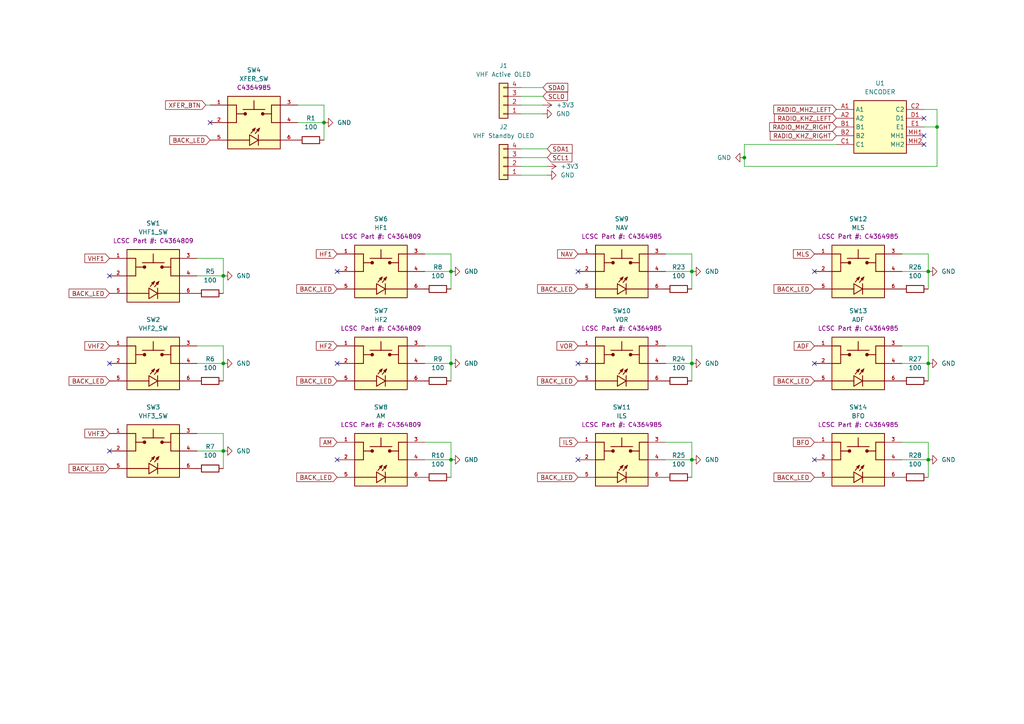
<source format=kicad_sch>
(kicad_sch (version 20231120) (generator "eeschema") (generator_version "8.0")
  (paper "A4")
  (lib_symbols
    (symbol "Connector_Generic:Conn_01x04" (pin_names (offset 1.016) hide)
      (property "Reference" "J" (at 0 5.08 0))
      (property "Value" "Conn_01x04" (at 0 -7.62 0))
      (symbol "Conn_01x04_1_1"
        (rectangle (start -1.27 -4.953) (end 0 -5.207) (stroke (width 0.1524)))
        (rectangle (start -1.27 -2.413) (end 0 -2.667) (stroke (width 0.1524)))
        (rectangle (start -1.27 0.127) (end 0 -0.127) (stroke (width 0.1524)))
        (rectangle (start -1.27 2.667) (end 0 2.413) (stroke (width 0.1524)))
        (rectangle (start -1.27 3.81) (end 1.27 -6.35) (stroke (width 0.254)) (fill (type background)))
        (pin passive line (at -5.08 2.54 0) (length 3.81) (name "Pin_1") (number "1"))
        (pin passive line (at -5.08 0 0) (length 3.81) (name "Pin_2") (number "2"))
        (pin passive line (at -5.08 -2.54 0) (length 3.81) (name "Pin_3") (number "3"))
        (pin passive line (at -5.08 -5.08 0) (length 3.81) (name "Pin_4") (number "4"))
      )
    )
    (symbol "Device:R" (pin_numbers hide) (pin_names (offset 0))
      (property "Reference" "R" (at 2.032 0 90))
      (property "Value" "R" (at 0 0 90))
      (symbol "R_0_1"
        (rectangle (start -1.016 -2.54) (end 1.016 2.54) (stroke (width 0.254)))
      )
      (symbol "R_1_1"
        (pin passive line (at 0 3.81 270) (length 1.27) (name "~") (number "1"))
        (pin passive line (at 0 -3.81 90) (length 1.27) (name "~") (number "2"))
      )
    )
    (symbol "Simpanel:EC11EBB24C03"
      (property "Reference" "U1" (at 0 12.7 0))
      (property "Value" "EC11EBB24C03" (at 0 10.16 0))
      (symbol "EC11EBB24C03_0_0"
        (pin passive line (at -12.7 5.08 0) (length 5.08) (name "A1") (number "A1"))
        (pin passive line (at -12.7 2.54 0) (length 5.08) (name "A2") (number "A2"))
        (pin passive line (at -12.7 0 0) (length 5.08) (name "B1") (number "B1"))
        (pin passive line (at -12.7 -2.54 0) (length 5.08) (name "B2") (number "B2"))
        (pin passive line (at -12.7 -5.08 0) (length 5.08) (name "C1") (number "C1"))
        (pin passive line (at 12.7 2.54 180) (length 5.08) (name "D1") (number "D1"))
        (pin passive line (at 12.7 -5.08 180) (length 5.08) (name "MH2") (number "MH2"))
      )
      (symbol "EC11EBB24C03_1_0"
        (pin passive line (at 12.7 5.08 180) (length 5.08) (name "C2") (number "C2"))
        (pin passive line (at 12.7 0 180) (length 5.08) (name "E1") (number "E1"))
        (pin passive line (at 12.7 -2.54 180) (length 5.08) (name "MH1") (number "MH1"))
      )
      (symbol "EC11EBB24C03_1_1"
        (polyline (pts (xy -7.62 7.62) (xy 7.62 7.62) (xy 7.62 -7.62) (xy -7.62 -7.62) (xy -7.62 7.62)) (stroke (width 0.254)) (fill (type background)))
      )
    )
    (symbol "Simpanel:TL3240F260R" (pin_names (offset 1.016))
      (property "Reference" "S" (at -7.62 8.382 0))
      (property "Value" "TL3240F260R" (at -7.62 -10.16 0))
      (symbol "TL3240F260R_0_0"
        (rectangle (start -7.62 -7.62) (end 7.62 7.62) (stroke (width 0.254)) (fill (type background)))
        (circle (center -2.54 2.54) (radius 0.254) (stroke (width 0.508)))
        (polyline (pts (xy -7.62 5.08) (xy -5.08 5.08)) (stroke (width 0.254)))
        (polyline (pts (xy -5.08 0) (xy -7.62 0)) (stroke (width 0.254)))
        (polyline (pts (xy -5.08 2.54) (xy -5.08 0)) (stroke (width 0.254)))
        (polyline (pts (xy -5.08 2.54) (xy -2.54 2.54)) (stroke (width 0.254)))
        (polyline (pts (xy -5.08 5.08) (xy -5.08 2.54)) (stroke (width 0.254)))
        (polyline (pts (xy -3.175 3.81) (xy 0 3.81)) (stroke (width 0.254)))
        (polyline (pts (xy -1.27 -6.604) (xy 1.27 -5.08)) (stroke (width 0.254)))
        (polyline (pts (xy -1.27 -5.08) (xy -7.62 -5.08)) (stroke (width 0.254)))
        (polyline (pts (xy -1.27 -5.08) (xy -1.27 -6.604)) (stroke (width 0.254)))
        (polyline (pts (xy -1.27 -3.556) (xy -1.27 -5.08)) (stroke (width 0.254)))
        (polyline (pts (xy 0 3.81) (xy 3.175 3.81)) (stroke (width 0.254)))
        (polyline (pts (xy 0 6.35) (xy 0 3.81)) (stroke (width 0.254)))
        (polyline (pts (xy 0.2794 -1.6764) (xy -0.8636 -3.0734)) (stroke (width 0.254)))
        (polyline (pts (xy 1.27 -5.08) (xy -1.27 -3.556)) (stroke (width 0.254)))
        (polyline (pts (xy 1.27 -5.08) (xy 1.27 -6.604)) (stroke (width 0.254)))
        (polyline (pts (xy 1.27 -3.556) (xy 1.27 -5.08)) (stroke (width 0.254)))
        (polyline (pts (xy 1.524 -1.778) (xy 0.381 -3.175)) (stroke (width 0.254)))
        (polyline (pts (xy 5.08 0) (xy 7.62 0)) (stroke (width 0.254)))
        (polyline (pts (xy 5.08 2.54) (xy 2.54 2.54)) (stroke (width 0.254)))
        (polyline (pts (xy 5.08 2.54) (xy 5.08 0)) (stroke (width 0.254)))
        (polyline (pts (xy 5.08 5.08) (xy 5.08 2.54)) (stroke (width 0.254)))
        (polyline (pts (xy 7.62 -5.08) (xy 1.27 -5.08)) (stroke (width 0.254)))
        (polyline (pts (xy 7.62 5.08) (xy 5.08 5.08)) (stroke (width 0.254)))
        (polyline (pts (xy -0.508 -2.032) (xy 0.0635 -2.54) (xy 0.4445 -1.524) (xy -0.508 -2.032)) (stroke (width 0.1524)) (fill (type outline)))
        (polyline (pts (xy 0.762 -2.0955) (xy 1.3335 -2.6035) (xy 1.7145 -1.524) (xy 0.762 -2.0955)) (stroke (width 0.1524)) (fill (type outline)))
        (circle (center 2.54 2.54) (radius 0.254) (stroke (width 0.508)))
        (pin passive line (at -12.7 5.08 0) (length 5.08) (name "~") (number "1"))
        (pin passive line (at -12.7 0 0) (length 5.08) (name "~") (number "2"))
        (pin passive line (at 12.7 5.08 180) (length 5.08) (name "~") (number "3"))
        (pin passive line (at 12.7 0 180) (length 5.08) (name "~") (number "4"))
        (pin passive line (at -12.7 -5.08 0) (length 5.08) (name "~") (number "5"))
        (pin passive line (at 12.7 -5.08 180) (length 5.08) (name "~") (number "6"))
      )
    )
    (symbol "power:+3V3" (power) (pin_numbers hide) (pin_names (offset 0) hide)
      (property "Value" "+3V3" (at 0 3.556 0))
      (symbol "+3V3_0_1"
        (polyline (pts (xy -0.762 1.27) (xy 0 2.54)))
        (polyline (pts (xy 0 0) (xy 0 2.54)))
        (polyline (pts (xy 0 2.54) (xy 0.762 1.27)))
      )
      (symbol "+3V3_1_1"
        (pin power_in line (at 0 0 90) (length 0) (name "~") (number "1"))
      )
    )
    (symbol "power:GND" (power) (pin_numbers hide) (pin_names (offset 0) hide)
      (property "Value" "GND" (at 0 -3.81 0))
      (symbol "GND_0_1"
        (polyline (pts (xy 0 0) (xy 0 -1.27) (xy 1.27 -1.27) (xy 0 -2.54) (xy -1.27 -1.27) (xy 0 -1.27)))
      )
      (symbol "GND_1_1"
        (pin power_in line (at 0 0 270) (length 0) (name "~") (number "1"))
      )
    )
  )
  (junction (at 130.81 78.74))
  (junction (at 93.98 35.56))
  (junction (at 269.24 105.41))
  (junction (at 269.24 133.35))
  (junction (at 269.24 78.74))
  (junction (at 64.77 105.41))
  (junction (at 271.78 36.83))
  (junction (at 64.77 130.81))
  (junction (at 130.81 105.41))
  (junction (at 200.66 133.35))
  (junction (at 130.81 133.35))
  (junction (at 200.66 78.74))
  (junction (at 200.66 105.41))
  (junction (at 64.77 80.01))
  (junction (at 215.9 45.72))
  (no_connect (at 97.79 133.35))
  (no_connect (at 97.79 78.74))
  (no_connect (at 236.22 133.35))
  (no_connect (at 60.96 35.56))
  (no_connect (at 267.97 39.37))
  (no_connect (at 31.75 105.41))
  (no_connect (at 167.64 133.35))
  (no_connect (at 31.75 80.01))
  (no_connect (at 236.22 105.41))
  (no_connect (at 97.79 105.41))
  (no_connect (at 267.97 41.91))
  (no_connect (at 167.64 105.41))
  (no_connect (at 267.97 34.29))
  (no_connect (at 167.64 78.74))
  (no_connect (at 236.22 78.74))
  (no_connect (at 31.75 130.81))
  (wire (pts (xy 57.15 80.01) (xy 64.77 80.01)))
  (wire (pts (xy 158.75 45.72) (xy 151.13 45.72)))
  (wire (pts (xy 86.36 35.56) (xy 93.98 35.56)))
  (wire (pts (xy 193.04 128.27) (xy 200.66 128.27)))
  (wire (pts (xy 123.19 78.74) (xy 130.81 78.74)))
  (wire (pts (xy 64.77 100.33) (xy 64.77 105.41)))
  (wire (pts (xy 151.13 33.02) (xy 157.48 33.02)))
  (wire (pts (xy 93.98 30.48) (xy 93.98 35.56)))
  (wire (pts (xy 267.97 31.75) (xy 271.78 31.75)))
  (wire (pts (xy 193.04 133.35) (xy 200.66 133.35)))
  (wire (pts (xy 130.81 128.27) (xy 130.81 133.35)))
  (wire (pts (xy 64.77 80.01) (xy 64.77 85.09)))
  (wire (pts (xy 269.24 105.41) (xy 269.24 110.49)))
  (wire (pts (xy 200.66 78.74) (xy 200.66 83.82)))
  (wire (pts (xy 57.15 74.93) (xy 64.77 74.93)))
  (wire (pts (xy 130.81 105.41) (xy 130.81 110.49)))
  (wire (pts (xy 64.77 125.73) (xy 64.77 130.81)))
  (wire (pts (xy 215.9 41.91) (xy 215.9 45.72)))
  (wire (pts (xy 123.19 128.27) (xy 130.81 128.27)))
  (wire (pts (xy 157.48 25.4) (xy 151.13 25.4)))
  (wire (pts (xy 261.62 78.74) (xy 269.24 78.74)))
  (wire (pts (xy 200.66 100.33) (xy 200.66 105.41)))
  (wire (pts (xy 267.97 36.83) (xy 271.78 36.83)))
  (wire (pts (xy 157.48 30.48) (xy 151.13 30.48)))
  (wire (pts (xy 200.66 128.27) (xy 200.66 133.35)))
  (wire (pts (xy 193.04 73.66) (xy 200.66 73.66)))
  (wire (pts (xy 123.19 105.41) (xy 130.81 105.41)))
  (wire (pts (xy 130.81 73.66) (xy 130.81 78.74)))
  (wire (pts (xy 269.24 100.33) (xy 269.24 105.41)))
  (wire (pts (xy 158.75 43.18) (xy 151.13 43.18)))
  (wire (pts (xy 57.15 125.73) (xy 64.77 125.73)))
  (wire (pts (xy 193.04 100.33) (xy 200.66 100.33)))
  (wire (pts (xy 261.62 100.33) (xy 269.24 100.33)))
  (wire (pts (xy 269.24 133.35) (xy 269.24 138.43)))
  (wire (pts (xy 57.15 130.81) (xy 64.77 130.81)))
  (wire (pts (xy 123.19 133.35) (xy 130.81 133.35)))
  (wire (pts (xy 64.77 130.81) (xy 64.77 135.89)))
  (wire (pts (xy 193.04 105.41) (xy 200.66 105.41)))
  (wire (pts (xy 158.75 48.26) (xy 151.13 48.26)))
  (wire (pts (xy 269.24 128.27) (xy 269.24 133.35)))
  (wire (pts (xy 57.15 100.33) (xy 64.77 100.33)))
  (wire (pts (xy 269.24 78.74) (xy 269.24 83.82)))
  (wire (pts (xy 200.66 105.41) (xy 200.66 110.49)))
  (wire (pts (xy 64.77 74.93) (xy 64.77 80.01)))
  (wire (pts (xy 123.19 73.66) (xy 130.81 73.66)))
  (wire (pts (xy 242.57 41.91) (xy 215.9 41.91)))
  (wire (pts (xy 261.62 133.35) (xy 269.24 133.35)))
  (wire (pts (xy 59.69 30.48) (xy 60.96 30.48)))
  (wire (pts (xy 123.19 100.33) (xy 130.81 100.33)))
  (wire (pts (xy 261.62 128.27) (xy 269.24 128.27)))
  (wire (pts (xy 193.04 78.74) (xy 200.66 78.74)))
  (wire (pts (xy 57.15 105.41) (xy 64.77 105.41)))
  (wire (pts (xy 200.66 73.66) (xy 200.66 78.74)))
  (wire (pts (xy 93.98 35.56) (xy 93.98 40.64)))
  (wire (pts (xy 271.78 31.75) (xy 271.78 36.83)))
  (wire (pts (xy 215.9 45.72) (xy 215.9 48.26)))
  (wire (pts (xy 151.13 50.8) (xy 158.75 50.8)))
  (wire (pts (xy 271.78 36.83) (xy 271.78 48.26)))
  (wire (pts (xy 130.81 78.74) (xy 130.81 83.82)))
  (wire (pts (xy 261.62 73.66) (xy 269.24 73.66)))
  (wire (pts (xy 130.81 133.35) (xy 130.81 138.43)))
  (wire (pts (xy 271.78 48.26) (xy 215.9 48.26)))
  (wire (pts (xy 157.48 27.94) (xy 151.13 27.94)))
  (wire (pts (xy 200.66 133.35) (xy 200.66 138.43)))
  (wire (pts (xy 269.24 73.66) (xy 269.24 78.74)))
  (wire (pts (xy 261.62 105.41) (xy 269.24 105.41)))
  (wire (pts (xy 64.77 105.41) (xy 64.77 110.49)))
  (wire (pts (xy 130.81 100.33) (xy 130.81 105.41)))
  (wire (pts (xy 86.36 30.48) (xy 93.98 30.48)))
  (global_label "SCL0" (shape input) (at 157.48 27.94 0) (property "Intersheetrefs" "${INTERSHEET_REFS}" (effects (hide yes))))
  (global_label "HF2" (shape input) (at 97.79 100.33 180) (property "Intersheetrefs" "${INTERSHEET_REFS}" (effects (hide yes))))
  (global_label "BACK_LED" (shape input) (at 236.22 83.82 180) (property "Intersheetrefs" "${INTERSHEET_REFS}" (effects (hide yes))))
  (global_label "RADIO_KHZ_LEFT" (shape input) (at 242.57 34.29 180) (property "Intersheetrefs" "${INTERSHEET_REFS}" (effects (hide yes))))
  (global_label "BACK_LED" (shape input) (at 167.64 110.49 180) (property "Intersheetrefs" "${INTERSHEET_REFS}" (effects (hide yes))))
  (global_label "BACK_LED" (shape input) (at 236.22 138.43 180) (property "Intersheetrefs" "${INTERSHEET_REFS}" (effects (hide yes))))
  (global_label "BACK_LED" (shape input) (at 97.79 110.49 180) (property "Intersheetrefs" "${INTERSHEET_REFS}" (effects (hide yes))))
  (global_label "BACK_LED" (shape input) (at 97.79 83.82 180) (property "Intersheetrefs" "${INTERSHEET_REFS}" (effects (hide yes))))
  (global_label "BACK_LED" (shape input) (at 31.75 110.49 180) (property "Intersheetrefs" "${INTERSHEET_REFS}" (effects (hide yes))))
  (global_label "BFO" (shape input) (at 236.22 128.27 180) (property "Intersheetrefs" "${INTERSHEET_REFS}" (effects (hide yes))))
  (global_label "BACK_LED" (shape input) (at 97.79 138.43 180) (property "Intersheetrefs" "${INTERSHEET_REFS}" (effects (hide yes))))
  (global_label "VHF2" (shape input) (at 31.75 100.33 180) (property "Intersheetrefs" "${INTERSHEET_REFS}" (effects (hide yes))))
  (global_label "ADF" (shape input) (at 236.22 100.33 180) (property "Intersheetrefs" "${INTERSHEET_REFS}" (effects (hide yes))))
  (global_label "VHF1" (shape input) (at 31.75 74.93 180) (property "Intersheetrefs" "${INTERSHEET_REFS}" (effects (hide yes))))
  (global_label "SCL1" (shape input) (at 158.75 45.72 0) (property "Intersheetrefs" "${INTERSHEET_REFS}" (effects (hide yes))))
  (global_label "AM" (shape input) (at 97.79 128.27 180) (property "Intersheetrefs" "${INTERSHEET_REFS}" (effects (hide yes))))
  (global_label "BACK_LED" (shape input) (at 31.75 85.09 180) (property "Intersheetrefs" "${INTERSHEET_REFS}" (effects (hide yes))))
  (global_label "BACK_LED" (shape input) (at 236.22 110.49 180) (property "Intersheetrefs" "${INTERSHEET_REFS}" (effects (hide yes))))
  (global_label "ILS" (shape input) (at 167.64 128.27 180) (property "Intersheetrefs" "${INTERSHEET_REFS}" (effects (hide yes))))
  (global_label "NAV" (shape input) (at 167.64 73.66 180) (property "Intersheetrefs" "${INTERSHEET_REFS}" (effects (hide yes))))
  (global_label "RADIO_MHZ_RIGHT" (shape input) (at 242.57 36.83 180) (property "Intersheetrefs" "${INTERSHEET_REFS}" (effects (hide yes))))
  (global_label "HF1" (shape input) (at 97.79 73.66 180) (property "Intersheetrefs" "${INTERSHEET_REFS}" (effects (hide yes))))
  (global_label "SDA1" (shape input) (at 158.75 43.18 0) (property "Intersheetrefs" "${INTERSHEET_REFS}" (effects (hide yes))))
  (global_label "VOR" (shape input) (at 167.64 100.33 180) (property "Intersheetrefs" "${INTERSHEET_REFS}" (effects (hide yes))))
  (global_label "RADIO_MHZ_LEFT" (shape input) (at 242.57 31.75 180) (property "Intersheetrefs" "${INTERSHEET_REFS}" (effects (hide yes))))
  (global_label "VHF3" (shape input) (at 31.75 125.73 180) (property "Intersheetrefs" "${INTERSHEET_REFS}" (effects (hide yes))))
  (global_label "XFER_BTN" (shape input) (at 59.69 30.48 180) (property "Intersheetrefs" "${INTERSHEET_REFS}" (effects (hide yes))))
  (global_label "BACK_LED" (shape input) (at 60.96 40.64 180) (property "Intersheetrefs" "${INTERSHEET_REFS}" (effects (hide yes))))
  (global_label "SDA0" (shape input) (at 157.48 25.4 0) (property "Intersheetrefs" "${INTERSHEET_REFS}" (effects (hide yes))))
  (global_label "MLS" (shape input) (at 236.22 73.66 180) (property "Intersheetrefs" "${INTERSHEET_REFS}" (effects (hide yes))))
  (global_label "RADIO_KHZ_RIGHT" (shape input) (at 242.57 39.37 180) (property "Intersheetrefs" "${INTERSHEET_REFS}" (effects (hide yes))))
  (global_label "BACK_LED" (shape input) (at 31.75 135.89 180) (property "Intersheetrefs" "${INTERSHEET_REFS}" (effects (hide yes))))
  (global_label "BACK_LED" (shape input) (at 167.64 138.43 180) (property "Intersheetrefs" "${INTERSHEET_REFS}" (effects (hide yes))))
  (global_label "BACK_LED" (shape input) (at 167.64 83.82 180) (property "Intersheetrefs" "${INTERSHEET_REFS}" (effects (hide yes))))
  (symbol (lib_id "Device:R") (at 60.96 135.89 90) (unit 1)
    (property "Reference" "R7" (at 60.96 129.54 90))
    (property "Value" "100" (at 60.96 132.08 90))
    (property "Footprint" "Resistor_SMD:R_0402_1005Metric" (effects (hide yes)))
    (property "Description" "Resistor" (effects (hide yes)))
  )
  (symbol (lib_id "Device:R") (at 265.43 83.82 90) (unit 1)
    (property "Reference" "R26" (at 265.43 77.47 90))
    (property "Value" "100" (at 265.43 80.01 90))
    (property "Footprint" "Resistor_SMD:R_0402_1005Metric" (effects (hide yes)))
    (property "Description" "Resistor" (effects (hide yes)))
  )
  (symbol (lib_id "power:+3V3") (at 157.48 30.48 270) (unit 1)
    (property "Reference" "#PWR050" (effects (hide yes)))
    (property "Value" "+3V3" (at 161.29 30.4799 90) (effects (justify left)))
    (property "Description" "Power symbol creates a global label with name \"+3V3\"" (effects (hide yes)))
  )
  (symbol (lib_id "Device:R") (at 127 83.82 90) (unit 1)
    (property "Reference" "R8" (at 127 77.47 90))
    (property "Value" "100" (at 127 80.01 90))
    (property "Footprint" "Resistor_SMD:R_0402_1005Metric" (effects (hide yes)))
    (property "Description" "Resistor" (effects (hide yes)))
  )
  (symbol (lib_id "Device:R") (at 265.43 110.49 90) (unit 1)
    (property "Reference" "R27" (at 265.43 104.14 90))
    (property "Value" "100" (at 265.43 106.68 90))
    (property "Footprint" "Resistor_SMD:R_0402_1005Metric" (effects (hide yes)))
    (property "Description" "Resistor" (effects (hide yes)))
  )
  (symbol (lib_id "Simpanel:TL3240F260R") (at 110.49 78.74 0) (unit 1)
    (property "Reference" "SW6" (at 110.49 63.5 0))
    (property "Value" "HF1" (at 110.49 66.04 0))
    (property "Footprint" "SimPanel:SW_TL3240F260R" (effects (hide yes)))
    (property "Datasheet" "https://www.e-switch.com/wp-content/uploads/2022/06/TL6275.pdf" (effects (hide yes)))
    (property "Description" "Push button switch with LED" (effects (hide yes)))
    (property "LCSC Part #" "C4364809" (at 110.49 68.58 0) (show_name yes))
    (property "MF" "E-Switch" (effects (hide yes)))
    (property "MAXIMUM_PACKAGE_HEIGHT" "8.05mm" (effects (hide yes)))
    (property "Package" "None" (effects (hide yes)))
    (property "Price" "None" (effects (hide yes)))
    (property "Check_prices" "https://www.snapeda.com/parts/TL3240F260R/E-Switch/view-part/?ref=eda" (effects (hide yes)))
    (property "STANDARD" "Manufacturer Recommendations" (effects (hide yes)))
    (property "PARTREV" "D" (effects (hide yes)))
    (property "SnapEDA_Link" "https://www.snapeda.com/parts/TL3240F260R/E-Switch/view-part/?ref=snap" (effects (hide yes)))
    (property "MP" "TL3240F260R" (effects (hide yes)))
    (property "Description_1" "\nTactile Switch SPST-NO Top Actuated Surface Mount\n" (effects (hide yes)))
    (property "Availability" "In Stock" (effects (hide yes)))
    (property "MANUFACTURER" "E-Switch" (effects (hide yes)))
  )
  (symbol (lib_id "Device:R") (at 90.17 40.64 270) (unit 1)
    (property "Reference" "R1" (at 90.17 34.29 90))
    (property "Value" "100" (at 90.17 36.83 90))
    (property "Footprint" "Resistor_SMD:R_0402_1005Metric" (effects (hide yes)))
    (property "Description" "Resistor" (effects (hide yes)))
  )
  (symbol (lib_id "Simpanel:TL3240F260R") (at 110.49 105.41 0) (unit 1)
    (property "Reference" "SW7" (at 110.49 90.17 0))
    (property "Value" "HF2" (at 110.49 92.71 0))
    (property "Footprint" "SimPanel:SW_TL3240F260R" (effects (hide yes)))
    (property "Datasheet" "https://www.e-switch.com/wp-content/uploads/2022/06/TL6275.pdf" (effects (hide yes)))
    (property "Description" "Push button switch with LED" (effects (hide yes)))
    (property "LCSC Part #" "C4364809" (at 110.49 95.25 0) (show_name yes))
    (property "MF" "E-Switch" (effects (hide yes)))
    (property "MAXIMUM_PACKAGE_HEIGHT" "8.05mm" (effects (hide yes)))
    (property "Package" "None" (effects (hide yes)))
    (property "Price" "None" (effects (hide yes)))
    (property "Check_prices" "https://www.snapeda.com/parts/TL3240F260R/E-Switch/view-part/?ref=eda" (effects (hide yes)))
    (property "STANDARD" "Manufacturer Recommendations" (effects (hide yes)))
    (property "PARTREV" "D" (effects (hide yes)))
    (property "SnapEDA_Link" "https://www.snapeda.com/parts/TL3240F260R/E-Switch/view-part/?ref=snap" (effects (hide yes)))
    (property "MP" "TL3240F260R" (effects (hide yes)))
    (property "Description_1" "\nTactile Switch SPST-NO Top Actuated Surface Mount\n" (effects (hide yes)))
    (property "Availability" "In Stock" (effects (hide yes)))
    (property "MANUFACTURER" "E-Switch" (effects (hide yes)))
  )
  (symbol (lib_id "power:GND") (at 130.81 78.74 90) (unit 1)
    (property "Reference" "#PWR023" (effects (hide yes)))
    (property "Value" "GND" (at 134.62 78.7399 90) (effects (justify right)))
    (property "Description" "Power symbol creates a global label with name \"GND\" , ground" (effects (hide yes)))
  )
  (symbol (lib_id "Device:R") (at 127 138.43 90) (unit 1)
    (property "Reference" "R10" (at 127 132.08 90))
    (property "Value" "100" (at 127 134.62 90))
    (property "Footprint" "Resistor_SMD:R_0402_1005Metric" (effects (hide yes)))
    (property "Description" "Resistor" (effects (hide yes)))
  )
  (symbol (lib_id "Simpanel:TL3240F260R") (at 44.45 80.01 0) (unit 1)
    (property "Reference" "SW1" (at 44.45 64.77 0))
    (property "Value" "VHF1_SW" (at 44.45 67.31 0))
    (property "Footprint" "SimPanel:SW_TL3240F260R" (effects (hide yes)))
    (property "Datasheet" "https://www.e-switch.com/wp-content/uploads/2022/06/TL6275.pdf" (effects (hide yes)))
    (property "Description" "Push button switch with LED" (effects (hide yes)))
    (property "LCSC Part #" "C4364809" (at 44.45 69.85 0) (show_name yes))
    (property "MF" "E-Switch" (effects (hide yes)))
    (property "MAXIMUM_PACKAGE_HEIGHT" "8.05mm" (effects (hide yes)))
    (property "Package" "None" (effects (hide yes)))
    (property "Price" "None" (effects (hide yes)))
    (property "Check_prices" "https://www.snapeda.com/parts/TL3240F260R/E-Switch/view-part/?ref=eda" (effects (hide yes)))
    (property "STANDARD" "Manufacturer Recommendations" (effects (hide yes)))
    (property "PARTREV" "D" (effects (hide yes)))
    (property "SnapEDA_Link" "https://www.snapeda.com/parts/TL3240F260R/E-Switch/view-part/?ref=snap" (effects (hide yes)))
    (property "MP" "TL3240F260R" (effects (hide yes)))
    (property "Description_1" "\nTactile Switch SPST-NO Top Actuated Surface Mount\n" (effects (hide yes)))
    (property "Availability" "In Stock" (effects (hide yes)))
    (property "MANUFACTURER" "E-Switch" (effects (hide yes)))
  )
  (symbol (lib_id "Device:R") (at 265.43 138.43 90) (unit 1)
    (property "Reference" "R28" (at 265.43 132.08 90))
    (property "Value" "100" (at 265.43 134.62 90))
    (property "Footprint" "Resistor_SMD:R_0402_1005Metric" (effects (hide yes)))
    (property "Description" "Resistor" (effects (hide yes)))
  )
  (symbol (lib_id "power:GND") (at 269.24 78.74 90) (unit 1)
    (property "Reference" "#PWR031" (effects (hide yes)))
    (property "Value" "GND" (at 273.05 78.7399 90) (effects (justify right)))
    (property "Description" "Power symbol creates a global label with name \"GND\" , ground" (effects (hide yes)))
  )
  (symbol (lib_id "Simpanel:TL3240F260R") (at 180.34 105.41 0) (unit 1)
    (property "Reference" "SW10" (at 180.34 90.17 0))
    (property "Value" "VOR" (at 180.34 92.71 0))
    (property "Footprint" "SimPanel:SW_TL3240F260R" (effects (hide yes)))
    (property "Datasheet" "https://www.e-switch.com/wp-content/uploads/2022/06/TL6275.pdf" (effects (hide yes)))
    (property "Description" "Push button switch with LED" (effects (hide yes)))
    (property "LCSC Part #" "C4364985" (at 180.34 95.25 0) (show_name yes))
    (property "MF" "E-Switch" (effects (hide yes)))
    (property "MAXIMUM_PACKAGE_HEIGHT" "8.05mm" (effects (hide yes)))
    (property "Package" "None" (effects (hide yes)))
    (property "Price" "None" (effects (hide yes)))
    (property "Check_prices" "https://www.snapeda.com/parts/TL3240F260R/E-Switch/view-part/?ref=eda" (effects (hide yes)))
    (property "STANDARD" "Manufacturer Recommendations" (effects (hide yes)))
    (property "PARTREV" "D" (effects (hide yes)))
    (property "SnapEDA_Link" "https://www.snapeda.com/parts/TL3240F260R/E-Switch/view-part/?ref=snap" (effects (hide yes)))
    (property "MP" "TL3240F260R" (effects (hide yes)))
    (property "Description_1" "\nTactile Switch SPST-NO Top Actuated Surface Mount\n" (effects (hide yes)))
    (property "Availability" "In Stock" (effects (hide yes)))
    (property "MANUFACTURER" "E-Switch" (effects (hide yes)))
  )
  (symbol (lib_id "power:GND") (at 130.81 105.41 90) (unit 1)
    (property "Reference" "#PWR022" (effects (hide yes)))
    (property "Value" "GND" (at 134.62 105.4099 90) (effects (justify right)))
    (property "Description" "Power symbol creates a global label with name \"GND\" , ground" (effects (hide yes)))
  )
  (symbol (lib_id "Simpanel:TL3240F260R") (at 44.45 105.41 0) (unit 1)
    (property "Reference" "SW2" (at 44.45 92.71 0))
    (property "Value" "VHF2_SW" (at 44.45 95.25 0))
    (property "Footprint" "SimPanel:SW_TL3240F260R" (effects (hide yes)))
    (property "Datasheet" "https://www.e-switch.com/wp-content/uploads/2022/06/TL6275.pdf" (effects (hide yes)))
    (property "Description" "Push button switch with LED" (effects (hide yes)))
    (property "LCSC Part #" "C4364809" (effects (hide yes)))
    (property "MF" "E-Switch" (effects (hide yes)))
    (property "MAXIMUM_PACKAGE_HEIGHT" "8.05mm" (effects (hide yes)))
    (property "Package" "None" (effects (hide yes)))
    (property "Price" "None" (effects (hide yes)))
    (property "Check_prices" "https://www.snapeda.com/parts/TL3240F260R/E-Switch/view-part/?ref=eda" (effects (hide yes)))
    (property "STANDARD" "Manufacturer Recommendations" (effects (hide yes)))
    (property "PARTREV" "D" (effects (hide yes)))
    (property "SnapEDA_Link" "https://www.snapeda.com/parts/TL3240F260R/E-Switch/view-part/?ref=snap" (effects (hide yes)))
    (property "MP" "TL3240F260R" (effects (hide yes)))
    (property "Description_1" "\nTactile Switch SPST-NO Top Actuated Surface Mount\n" (effects (hide yes)))
    (property "Availability" "In Stock" (effects (hide yes)))
    (property "MANUFACTURER" "E-Switch" (effects (hide yes)))
  )
  (symbol (lib_id "power:GND") (at 215.9 45.72 270) (unit 1)
    (property "Reference" "#PWR032" (effects (hide yes)))
    (property "Value" "GND" (at 212.09 45.7199 90) (effects (justify right)))
    (property "Description" "Power symbol creates a global label with name \"GND\" , ground" (effects (hide yes)))
  )
  (symbol (lib_id "power:GND") (at 200.66 78.74 90) (unit 1)
    (property "Reference" "#PWR024" (effects (hide yes)))
    (property "Value" "GND" (at 204.47 78.7399 90) (effects (justify right)))
    (property "Description" "Power symbol creates a global label with name \"GND\" , ground" (effects (hide yes)))
  )
  (symbol (lib_id "Connector_Generic:Conn_01x04") (at 146.05 30.48 180) (unit 1)
    (property "Reference" "J1" (at 146.05 19.05 0))
    (property "Value" "VHF Active OLED" (at 146.05 21.59 0))
    (property "Footprint" "Connector_PinSocket_2.54mm:PinSocket_1x04_P2.54mm_Vertical" (effects (hide yes)))
  )
  (symbol (lib_id "power:GND") (at 157.48 33.02 90) (unit 1)
    (property "Reference" "#PWR026" (effects (hide yes)))
    (property "Value" "GND" (at 161.29 33.0199 90) (effects (justify right)))
    (property "Description" "Power symbol creates a global label with name \"GND\" , ground" (effects (hide yes)))
  )
  (symbol (lib_id "Device:R") (at 196.85 138.43 90) (unit 1)
    (property "Reference" "R25" (at 196.85 132.08 90))
    (property "Value" "100" (at 196.85 134.62 90))
    (property "Footprint" "Resistor_SMD:R_0402_1005Metric" (effects (hide yes)))
    (property "Description" "Resistor" (effects (hide yes)))
  )
  (symbol (lib_id "power:GND") (at 130.81 133.35 90) (unit 1)
    (property "Reference" "#PWR021" (effects (hide yes)))
    (property "Value" "GND" (at 134.62 133.3499 90) (effects (justify right)))
    (property "Description" "Power symbol creates a global label with name \"GND\" , ground" (effects (hide yes)))
  )
  (symbol (lib_id "Device:R") (at 60.96 85.09 90) (unit 1)
    (property "Reference" "R5" (at 60.96 78.74 90))
    (property "Value" "100" (at 60.96 81.28 90))
    (property "Footprint" "Resistor_SMD:R_0402_1005Metric" (effects (hide yes)))
    (property "Description" "Resistor" (effects (hide yes)))
  )
  (symbol (lib_id "Device:R") (at 196.85 83.82 90) (unit 1)
    (property "Reference" "R23" (at 196.85 77.47 90))
    (property "Value" "100" (at 196.85 80.01 90))
    (property "Footprint" "Resistor_SMD:R_0402_1005Metric" (effects (hide yes)))
    (property "Description" "Resistor" (effects (hide yes)))
  )
  (symbol (lib_id "Device:R") (at 196.85 110.49 90) (unit 1)
    (property "Reference" "R24" (at 196.85 104.14 90))
    (property "Value" "100" (at 196.85 106.68 90))
    (property "Footprint" "Resistor_SMD:R_0402_1005Metric" (effects (hide yes)))
    (property "Description" "Resistor" (effects (hide yes)))
  )
  (symbol (lib_id "Simpanel:EC11EBB24C03") (at 255.27 36.83 0) (unit 1)
    (property "Reference" "U1" (at 255.27 24.13 0))
    (property "Value" "ENCODER" (at 255.27 26.67 0))
    (property "Footprint" "SimPanel:EC11EBB24C03" (effects (hide yes)))
    (property "Datasheet" "https://componentsearchengine.com/Datasheets/2/EC11EBB24C03.pdf" (effects (hide yes)))
    (property "Description" "Alps 15 Pulse Incremental Mechanical Rotary Encoder with a 3.5 (Inner Shaft) mm, 6 (Outer Shaft) mm" (effects (hide yes)))
    (property "Height" "33" (effects (hide yes)))
    (property "Manufacturer_Name" "ALPS Electric" (effects (hide yes)))
    (property "Manufacturer_Part_Number" "EC11EBB24C03" (effects (hide yes)))
    (property "Mouser Part Number" "688-EC11EBB24C03" (effects (hide yes)))
    (property "Mouser Price/Stock" "https://www.mouser.co.uk/ProductDetail/Alps-Alpine/EC11EBB24C03?qs=m0BA540hBPc5hAJ6UyzIrA%3D%3D" (effects (hide yes)))
    (property "MobiFlight_Shop" "https://shop.mobiflight.com/product/dual-rotary-encoder" (effects (hide yes)))
  )
  (symbol (lib_id "power:GND") (at 200.66 105.41 90) (unit 1)
    (property "Reference" "#PWR027" (effects (hide yes)))
    (property "Value" "GND" (at 204.47 105.4099 90) (effects (justify right)))
    (property "Description" "Power symbol creates a global label with name \"GND\" , ground" (effects (hide yes)))
  )
  (symbol (lib_id "Device:R") (at 60.96 110.49 90) (unit 1)
    (property "Reference" "R6" (at 60.96 104.14 90))
    (property "Value" "100" (at 60.96 106.68 90))
    (property "Footprint" "Resistor_SMD:R_0402_1005Metric" (effects (hide yes)))
    (property "Description" "Resistor" (effects (hide yes)))
  )
  (symbol (lib_id "Connector_Generic:Conn_01x04") (at 146.05 48.26 180) (unit 1)
    (property "Reference" "J2" (at 146.05 36.83 0))
    (property "Value" "VHF Standby OLED" (at 146.05 39.37 0))
    (property "Footprint" "Connector_PinSocket_2.54mm:PinSocket_1x04_P2.54mm_Vertical" (effects (hide yes)))
  )
  (symbol (lib_id "Simpanel:TL3240F260R") (at 180.34 133.35 0) (unit 1)
    (property "Reference" "SW11" (at 180.34 118.11 0))
    (property "Value" "ILS" (at 180.34 120.65 0))
    (property "Footprint" "SimPanel:SW_TL3240F260R" (effects (hide yes)))
    (property "Datasheet" "https://www.e-switch.com/wp-content/uploads/2022/06/TL6275.pdf" (effects (hide yes)))
    (property "Description" "Push button switch with LED" (effects (hide yes)))
    (property "LCSC Part #" "C4364985" (at 180.34 123.19 0) (show_name yes))
    (property "MF" "E-Switch" (effects (hide yes)))
    (property "MAXIMUM_PACKAGE_HEIGHT" "8.05mm" (effects (hide yes)))
    (property "Package" "None" (effects (hide yes)))
    (property "Price" "None" (effects (hide yes)))
    (property "Check_prices" "https://www.snapeda.com/parts/TL3240F260R/E-Switch/view-part/?ref=eda" (effects (hide yes)))
    (property "STANDARD" "Manufacturer Recommendations" (effects (hide yes)))
    (property "PARTREV" "D" (effects (hide yes)))
    (property "SnapEDA_Link" "https://www.snapeda.com/parts/TL3240F260R/E-Switch/view-part/?ref=snap" (effects (hide yes)))
    (property "MP" "TL3240F260R" (effects (hide yes)))
    (property "Description_1" "\nTactile Switch SPST-NO Top Actuated Surface Mount\n" (effects (hide yes)))
    (property "Availability" "In Stock" (effects (hide yes)))
    (property "MANUFACTURER" "E-Switch" (effects (hide yes)))
  )
  (symbol (lib_id "Simpanel:TL3240F260R") (at 248.92 133.35 0) (unit 1)
    (property "Reference" "SW14" (at 248.92 118.11 0))
    (property "Value" "BFO" (at 248.92 120.65 0))
    (property "Footprint" "SimPanel:SW_TL3240F260R" (effects (hide yes)))
    (property "Datasheet" "https://www.e-switch.com/wp-content/uploads/2022/06/TL6275.pdf" (effects (hide yes)))
    (property "Description" "Push button switch with LED" (effects (hide yes)))
    (property "LCSC Part #" "C4364985" (at 248.92 123.19 0) (show_name yes))
    (property "MF" "E-Switch" (effects (hide yes)))
    (property "MAXIMUM_PACKAGE_HEIGHT" "8.05mm" (effects (hide yes)))
    (property "Package" "None" (effects (hide yes)))
    (property "Price" "None" (effects (hide yes)))
    (property "Check_prices" "https://www.snapeda.com/parts/TL3240F260R/E-Switch/view-part/?ref=eda" (effects (hide yes)))
    (property "STANDARD" "Manufacturer Recommendations" (effects (hide yes)))
    (property "PARTREV" "D" (effects (hide yes)))
    (property "SnapEDA_Link" "https://www.snapeda.com/parts/TL3240F260R/E-Switch/view-part/?ref=snap" (effects (hide yes)))
    (property "MP" "TL3240F260R" (effects (hide yes)))
    (property "Description_1" "\nTactile Switch SPST-NO Top Actuated Surface Mount\n" (effects (hide yes)))
    (property "Availability" "In Stock" (effects (hide yes)))
    (property "MANUFACTURER" "E-Switch" (effects (hide yes)))
  )
  (symbol (lib_id "Simpanel:TL3240F260R") (at 73.66 35.56 0) (unit 1)
    (property "Reference" "SW4" (at 73.66 20.32 0))
    (property "Value" "XFER_SW" (at 73.66 22.86 0))
    (property "Footprint" "SimPanel:SW_TL3240F260R" (effects (hide yes)))
    (property "Datasheet" "https://www.e-switch.com/wp-content/uploads/2022/06/TL6275.pdf" (effects (hide yes)))
    (property "Description" "Push button switch with LED" (effects (hide yes)))
    (property "LCSC Part #" "C4364985" (at 73.66 25.4 0))
    (property "MF" "E-Switch" (effects (hide yes)))
    (property "MAXIMUM_PACKAGE_HEIGHT" "8.05mm" (effects (hide yes)))
    (property "Package" "None" (effects (hide yes)))
    (property "Price" "None" (effects (hide yes)))
    (property "Check_prices" "https://www.snapeda.com/parts/TL3240F260R/E-Switch/view-part/?ref=eda" (effects (hide yes)))
    (property "STANDARD" "Manufacturer Recommendations" (effects (hide yes)))
    (property "PARTREV" "D" (effects (hide yes)))
    (property "SnapEDA_Link" "https://www.snapeda.com/parts/TL3240F260R/E-Switch/view-part/?ref=snap" (effects (hide yes)))
    (property "MP" "TL3240F260R" (effects (hide yes)))
    (property "Description_1" "\nTactile Switch SPST-NO Top Actuated Surface Mount\n" (effects (hide yes)))
    (property "Availability" "In Stock" (effects (hide yes)))
    (property "MANUFACTURER" "E-Switch" (effects (hide yes)))
  )
  (symbol (lib_id "power:GND") (at 64.77 130.81 90) (unit 1)
    (property "Reference" "#PWR019" (effects (hide yes)))
    (property "Value" "GND" (at 68.58 130.8099 90) (effects (justify right)))
    (property "Description" "Power symbol creates a global label with name \"GND\" , ground" (effects (hide yes)))
  )
  (symbol (lib_id "power:GND") (at 93.98 35.56 90) (unit 1)
    (property "Reference" "#PWR09" (effects (hide yes)))
    (property "Value" "GND" (at 97.79 35.5599 90) (effects (justify right)))
    (property "Description" "Power symbol creates a global label with name \"GND\" , ground" (effects (hide yes)))
  )
  (symbol (lib_id "power:+3V3") (at 158.75 48.26 270) (unit 1)
    (property "Reference" "#PWR049" (effects (hide yes)))
    (property "Value" "+3V3" (at 162.56 48.2599 90) (effects (justify left)))
    (property "Description" "Power symbol creates a global label with name \"+3V3\"" (effects (hide yes)))
  )
  (symbol (lib_id "power:GND") (at 269.24 105.41 90) (unit 1)
    (property "Reference" "#PWR030" (effects (hide yes)))
    (property "Value" "GND" (at 273.05 105.4099 90) (effects (justify right)))
    (property "Description" "Power symbol creates a global label with name \"GND\" , ground" (effects (hide yes)))
  )
  (symbol (lib_id "Simpanel:TL3240F260R") (at 248.92 78.74 0) (unit 1)
    (property "Reference" "SW12" (at 248.92 63.5 0))
    (property "Value" "MLS" (at 248.92 66.04 0))
    (property "Footprint" "SimPanel:SW_TL3240F260R" (effects (hide yes)))
    (property "Datasheet" "https://www.e-switch.com/wp-content/uploads/2022/06/TL6275.pdf" (effects (hide yes)))
    (property "Description" "Push button switch with LED" (effects (hide yes)))
    (property "LCSC Part #" "C4364985" (at 248.92 68.58 0) (show_name yes))
    (property "MF" "E-Switch" (effects (hide yes)))
    (property "MAXIMUM_PACKAGE_HEIGHT" "8.05mm" (effects (hide yes)))
    (property "Package" "None" (effects (hide yes)))
    (property "Price" "None" (effects (hide yes)))
    (property "Check_prices" "https://www.snapeda.com/parts/TL3240F260R/E-Switch/view-part/?ref=eda" (effects (hide yes)))
    (property "STANDARD" "Manufacturer Recommendations" (effects (hide yes)))
    (property "PARTREV" "D" (effects (hide yes)))
    (property "SnapEDA_Link" "https://www.snapeda.com/parts/TL3240F260R/E-Switch/view-part/?ref=snap" (effects (hide yes)))
    (property "MP" "TL3240F260R" (effects (hide yes)))
    (property "Description_1" "\nTactile Switch SPST-NO Top Actuated Surface Mount\n" (effects (hide yes)))
    (property "Availability" "In Stock" (effects (hide yes)))
    (property "MANUFACTURER" "E-Switch" (effects (hide yes)))
  )
  (symbol (lib_id "power:GND") (at 200.66 133.35 90) (unit 1)
    (property "Reference" "#PWR028" (effects (hide yes)))
    (property "Value" "GND" (at 204.47 133.3499 90) (effects (justify right)))
    (property "Description" "Power symbol creates a global label with name \"GND\" , ground" (effects (hide yes)))
  )
  (symbol (lib_id "power:GND") (at 269.24 133.35 90) (unit 1)
    (property "Reference" "#PWR029" (effects (hide yes)))
    (property "Value" "GND" (at 273.05 133.3499 90) (effects (justify right)))
    (property "Description" "Power symbol creates a global label with name \"GND\" , ground" (effects (hide yes)))
  )
  (symbol (lib_id "Simpanel:TL3240F260R") (at 180.34 78.74 0) (unit 1)
    (property "Reference" "SW9" (at 180.34 63.5 0))
    (property "Value" "NAV" (at 180.34 66.04 0))
    (property "Footprint" "SimPanel:SW_TL3240F260R" (effects (hide yes)))
    (property "Datasheet" "https://www.e-switch.com/wp-content/uploads/2022/06/TL6275.pdf" (effects (hide yes)))
    (property "Description" "Push button switch with LED" (effects (hide yes)))
    (property "LCSC Part #" "C4364985" (at 180.34 68.58 0) (show_name yes))
    (property "MF" "E-Switch" (effects (hide yes)))
    (property "MAXIMUM_PACKAGE_HEIGHT" "8.05mm" (effects (hide yes)))
    (property "Package" "None" (effects (hide yes)))
    (property "Price" "None" (effects (hide yes)))
    (property "Check_prices" "https://www.snapeda.com/parts/TL3240F260R/E-Switch/view-part/?ref=eda" (effects (hide yes)))
    (property "STANDARD" "Manufacturer Recommendations" (effects (hide yes)))
    (property "PARTREV" "D" (effects (hide yes)))
    (property "SnapEDA_Link" "https://www.snapeda.com/parts/TL3240F260R/E-Switch/view-part/?ref=snap" (effects (hide yes)))
    (property "MP" "TL3240F260R" (effects (hide yes)))
    (property "Description_1" "\nTactile Switch SPST-NO Top Actuated Surface Mount\n" (effects (hide yes)))
    (property "Availability" "In Stock" (effects (hide yes)))
    (property "MANUFACTURER" "E-Switch" (effects (hide yes)))
  )
  (symbol (lib_id "Simpanel:TL3240F260R") (at 248.92 105.41 0) (unit 1)
    (property "Reference" "SW13" (at 248.92 90.17 0))
    (property "Value" "ADF" (at 248.92 92.71 0))
    (property "Footprint" "SimPanel:SW_TL3240F260R" (effects (hide yes)))
    (property "Datasheet" "https://www.e-switch.com/wp-content/uploads/2022/06/TL6275.pdf" (effects (hide yes)))
    (property "Description" "Push button switch with LED" (effects (hide yes)))
    (property "LCSC Part #" "C4364985" (at 248.92 95.25 0) (show_name yes))
    (property "MF" "E-Switch" (effects (hide yes)))
    (property "MAXIMUM_PACKAGE_HEIGHT" "8.05mm" (effects (hide yes)))
    (property "Package" "None" (effects (hide yes)))
    (property "Price" "None" (effects (hide yes)))
    (property "Check_prices" "https://www.snapeda.com/parts/TL3240F260R/E-Switch/view-part/?ref=eda" (effects (hide yes)))
    (property "STANDARD" "Manufacturer Recommendations" (effects (hide yes)))
    (property "PARTREV" "D" (effects (hide yes)))
    (property "SnapEDA_Link" "https://www.snapeda.com/parts/TL3240F260R/E-Switch/view-part/?ref=snap" (effects (hide yes)))
    (property "MP" "TL3240F260R" (effects (hide yes)))
    (property "Description_1" "\nTactile Switch SPST-NO Top Actuated Surface Mount\n" (effects (hide yes)))
    (property "Availability" "In Stock" (effects (hide yes)))
    (property "MANUFACTURER" "E-Switch" (effects (hide yes)))
  )
  (symbol (lib_id "Simpanel:TL3240F260R") (at 44.45 130.81 0) (unit 1)
    (property "Reference" "SW3" (at 44.45 118.11 0))
    (property "Value" "VHF3_SW" (at 44.45 120.65 0))
    (property "Footprint" "SimPanel:SW_TL3240F260R" (effects (hide yes)))
    (property "Datasheet" "https://www.e-switch.com/wp-content/uploads/2022/06/TL6275.pdf" (effects (hide yes)))
    (property "Description" "Push button switch with LED" (effects (hide yes)))
    (property "LCSC Part #" "C4364809" (effects (hide yes)))
    (property "MF" "E-Switch" (effects (hide yes)))
    (property "MAXIMUM_PACKAGE_HEIGHT" "8.05mm" (effects (hide yes)))
    (property "Package" "None" (effects (hide yes)))
    (property "Price" "None" (effects (hide yes)))
    (property "Check_prices" "https://www.snapeda.com/parts/TL3240F260R/E-Switch/view-part/?ref=eda" (effects (hide yes)))
    (property "STANDARD" "Manufacturer Recommendations" (effects (hide yes)))
    (property "PARTREV" "D" (effects (hide yes)))
    (property "SnapEDA_Link" "https://www.snapeda.com/parts/TL3240F260R/E-Switch/view-part/?ref=snap" (effects (hide yes)))
    (property "MP" "TL3240F260R" (effects (hide yes)))
    (property "Description_1" "\nTactile Switch SPST-NO Top Actuated Surface Mount\n" (effects (hide yes)))
    (property "Availability" "In Stock" (effects (hide yes)))
    (property "MANUFACTURER" "E-Switch" (effects (hide yes)))
  )
  (symbol (lib_id "Device:R") (at 127 110.49 90) (unit 1)
    (property "Reference" "R9" (at 127 104.14 90))
    (property "Value" "100" (at 127 106.68 90))
    (property "Footprint" "Resistor_SMD:R_0402_1005Metric" (effects (hide yes)))
    (property "Description" "Resistor" (effects (hide yes)))
  )
  (symbol (lib_id "power:GND") (at 64.77 105.41 90) (unit 1)
    (property "Reference" "#PWR015" (effects (hide yes)))
    (property "Value" "GND" (at 68.58 105.4099 90) (effects (justify right)))
    (property "Description" "Power symbol creates a global label with name \"GND\" , ground" (effects (hide yes)))
  )
  (symbol (lib_id "Simpanel:TL3240F260R") (at 110.49 133.35 0) (unit 1)
    (property "Reference" "SW8" (at 110.49 118.11 0))
    (property "Value" "AM" (at 110.49 120.65 0))
    (property "Footprint" "SimPanel:SW_TL3240F260R" (effects (hide yes)))
    (property "Datasheet" "https://www.e-switch.com/wp-content/uploads/2022/06/TL6275.pdf" (effects (hide yes)))
    (property "Description" "Push button switch with LED" (effects (hide yes)))
    (property "LCSC Part #" "C4364809" (at 110.49 123.19 0) (show_name yes))
    (property "MF" "E-Switch" (effects (hide yes)))
    (property "MAXIMUM_PACKAGE_HEIGHT" "8.05mm" (effects (hide yes)))
    (property "Package" "None" (effects (hide yes)))
    (property "Price" "None" (effects (hide yes)))
    (property "Check_prices" "https://www.snapeda.com/parts/TL3240F260R/E-Switch/view-part/?ref=eda" (effects (hide yes)))
    (property "STANDARD" "Manufacturer Recommendations" (effects (hide yes)))
    (property "PARTREV" "D" (effects (hide yes)))
    (property "SnapEDA_Link" "https://www.snapeda.com/parts/TL3240F260R/E-Switch/view-part/?ref=snap" (effects (hide yes)))
    (property "MP" "TL3240F260R" (effects (hide yes)))
    (property "Description_1" "\nTactile Switch SPST-NO Top Actuated Surface Mount\n" (effects (hide yes)))
    (property "Availability" "In Stock" (effects (hide yes)))
    (property "MANUFACTURER" "E-Switch" (effects (hide yes)))
  )
  (symbol (lib_id "power:GND") (at 64.77 80.01 90) (unit 1)
    (property "Reference" "#PWR011" (effects (hide yes)))
    (property "Value" "GND" (at 68.58 80.0099 90) (effects (justify right)))
    (property "Description" "Power symbol creates a global label with name \"GND\" , ground" (effects (hide yes)))
  )
  (symbol (lib_id "power:GND") (at 158.75 50.8 90) (unit 1)
    (property "Reference" "#PWR025" (effects (hide yes)))
    (property "Value" "GND" (at 162.56 50.7999 90) (effects (justify right)))
    (property "Description" "Power symbol creates a global label with name \"GND\" , ground" (effects (hide yes)))
  )
)
</source>
